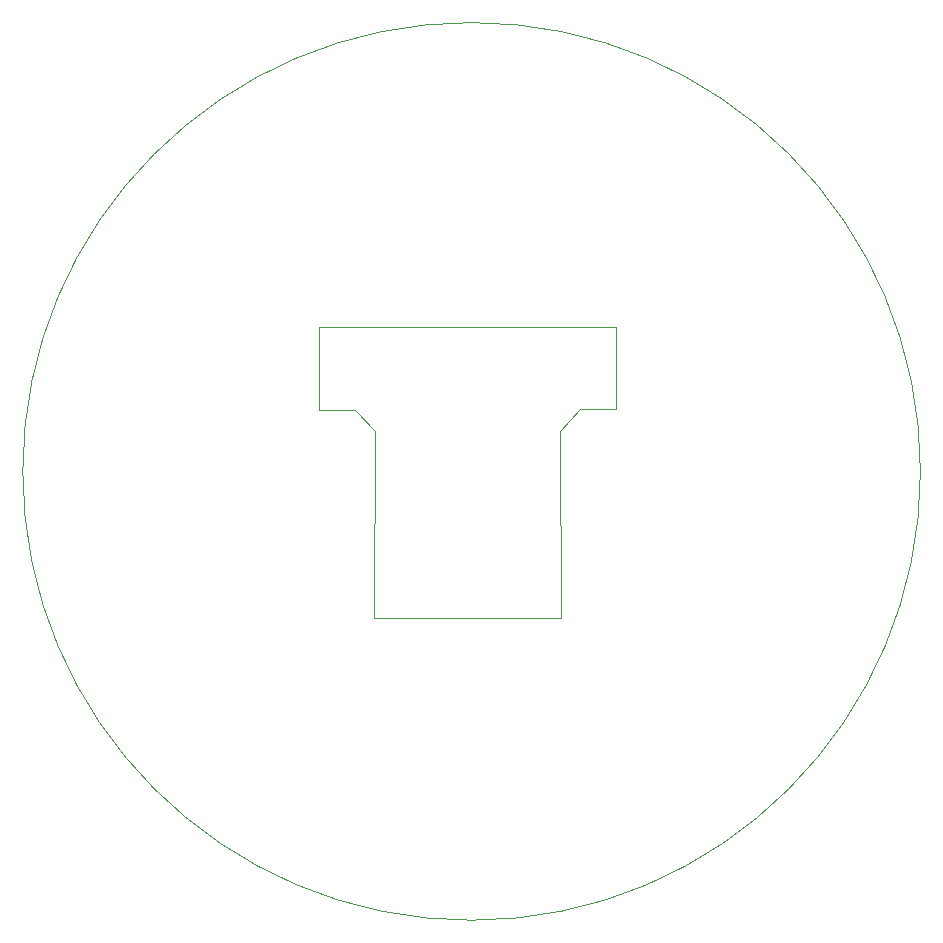
<source format=gbr>
%TF.GenerationSoftware,KiCad,Pcbnew,9.0.7-9.0.7~ubuntu24.04.1*%
%TF.CreationDate,2026-01-08T12:22:14+05:30*%
%TF.ProjectId,RPI_Cam3_RL,5250495f-4361-46d3-935f-524c2e6b6963,1.0.0*%
%TF.SameCoordinates,Original*%
%TF.FileFunction,Profile,NP*%
%FSLAX46Y46*%
G04 Gerber Fmt 4.6, Leading zero omitted, Abs format (unit mm)*
G04 Created by KiCad (PCBNEW 9.0.7-9.0.7~ubuntu24.04.1) date 2026-01-08 12:22:14*
%MOMM*%
%LPD*%
G01*
G04 APERTURE LIST*
%TA.AperFunction,Profile*%
%ADD10C,0.050000*%
%TD*%
G04 APERTURE END LIST*
D10*
X217200000Y-78800000D02*
X192100000Y-78800000D01*
X217200000Y-85700000D02*
X217200000Y-78800000D01*
X192100000Y-78800000D02*
X192100000Y-85800000D01*
X196799997Y-87600000D02*
X196700000Y-103400000D01*
X196700000Y-103400000D02*
X212600000Y-103400000D01*
X195100000Y-85800000D02*
X192100000Y-85800000D01*
X243001846Y-91000000D02*
G75*
G02*
X166998154Y-91000000I-38001846J0D01*
G01*
X166998154Y-91000000D02*
G75*
G02*
X243001846Y-91000000I38001846J0D01*
G01*
X212462742Y-87600000D02*
X212600000Y-103400000D01*
X195100000Y-85800000D02*
X196799997Y-87600000D01*
X212462742Y-87600000D02*
X214200000Y-85700043D01*
X214200000Y-85700043D02*
X217200000Y-85700000D01*
M02*

</source>
